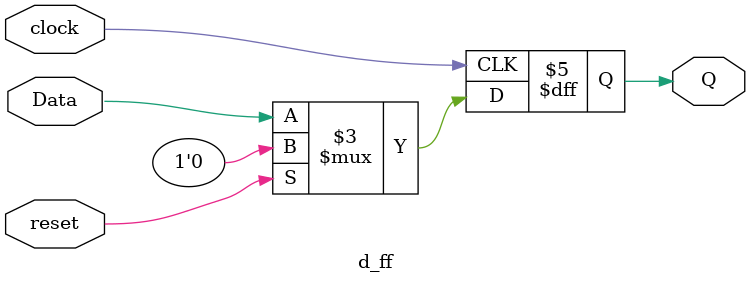
<source format=v>
module part3(clock, reset, ParallelLoadn, RotateRight, ASRight, Data_IN, Q);
	input clock, reset, ParallelLoadn, RotateRight, ASRight;
	input [3:0] Data_IN;
	output [3:0] Q;
	wire [3:0] w;
	wire ASClock = clock & ~(RotateRight & ASRight);
	sub_circuit s0(Data_IN[0], RotateRight, ParallelLoadn, Q[3], Q[1], clock, reset, Q[0]); 
	sub_circuit s1(Data_IN[1], RotateRight, ParallelLoadn, Q[0], Q[2], clock, reset, Q[1]); 
	sub_circuit s2(Data_IN[2], RotateRight, ParallelLoadn, Q[1], Q[3], clock, reset, Q[2]); 
	sub_circuit s3(Data_IN[3], RotateRight, ParallelLoadn, Q[2], Q[0], ASClock, reset, Q[3]);
endmodule
	
//collection of mux
module sub_circuit(Data_IN, RotateRight, ParallelLoadn, right, left, clock, reset, Q);
	input Data_IN, RotateRight, ParallelLoadn, right, left, clock, reset;
	output Q;
	wire [1:0] c;
	
	//two mux 2 to 1
	mux_2_to_1 m0 (right, left, RotateRight, c[0]);
	mux_2_to_1 m1 (Data_IN, c[0], ParallelLoadn, c[1]);

	d_ff d0 (reset, clock, c[1], Q);
endmodule 
	
module mux_2_to_1(x, y, s, m);
	input x, y, s;
	output m;
	
	assign m = s ? y : x;
endmodule 

module d_ff(reset, clock, Data, Q);
	input reset, clock, Data;
	output reg Q;

	always @ (posedge clock)
	begin 
		if (reset)
			Q <= 1'b0;
		else
			Q <= Data;
	end
endmodule

</source>
